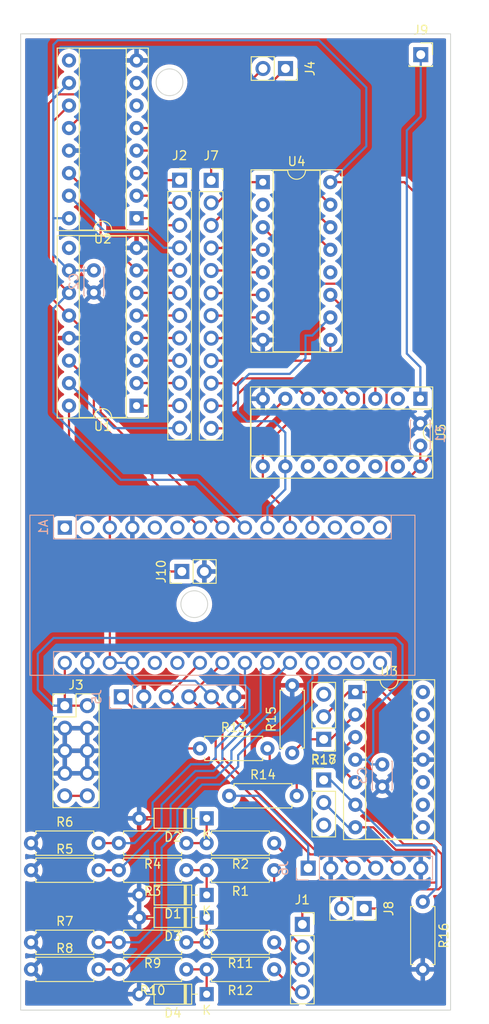
<source format=kicad_pcb>
(kicad_pcb (version 20211014) (generator pcbnew)
  (layers (0 "F.Cu" signal) (31 "B.Cu" signal) (34 "B.Paste" user) (35 "F.Paste" user) (36 "B.SilkS" user "B.Silkscreen") (37 "F.SilkS" user "F.Silkscreen") (38 "B.Mask" user) (39 "F.Mask" user) (44 "Edge.Cuts" user))
  (net 0 "")
  (net 3 "Arduino 5V")
  (net 4 "GND")
  (net 7 "Net-(A1-Pad7)")
  (net 8 "Net-(A1-Pad8)")
  (net 9 "Net-(A1-Pad9)")
  (net 10 "Net-(A1-Pad10)")
  (net 11 "Net-(A1-Pad11)")
  (net 12 "Net-(A1-Pad12)")
  (net 19 "Net-(A1-Pad19)")
  (net 20 "Net-(A1-Pad20)")
  (net 21 "Net-(A1-Pad21)")
  (net 22 "Net-(A1-Pad22)")
  (net 23 "Net-(A1-Pad23)")
  (net 24 "Net-(A1-Pad24)")
  (net 27 "+12V")
  (net 28 "Net-(D1-Pad1)")
  (net 29 "Net-(D2-Pad1)")
  (net 30 "Net-(D3-Pad1)")
  (net 31 "Net-(D4-Pad1)")
  (net 32 "Net-(J1-Pad1)")
  (net 33 "Net-(J1-Pad2)")
  (net 34 "Net-(J1-Pad3)")
  (net 35 "Net-(J1-Pad4)")
  (net 36 "/l12")
  (net 37 "/l11")
  (net 38 "/l10")
  (net 39 "/l9")
  (net 40 "/l8")
  (net 41 "/l7")
  (net 42 "/l6")
  (net 43 "/l5")
  (net 44 "/l4")
  (net 45 "/l3")
  (net 46 "/l2")
  (net 47 "/l1")
  (net 48 "/l13")
  (net 49 "/l14")
  (net 50 "Net-(J5-Pad1)")
  (net 51 "Net-(J6-Pad1)")
  (net 52 "Net-(J8-Pad1)")
  (net 53 "Net-(J8-Pad2)")
  (net 54 "Net-(J9-Pad1)")
  (net 55 "Net-(R13-Pad2)")
  (net 56 "Net-(R14-Pad2)")
  (net 57 "Net-(R15-Pad1)")
  (net 58 "Net-(R16-Pad1)")
  (net 71 "Net-(J3-Pad10)")
  (net 72 "Net-(U5-Pad7)")
  (net 73 "Net-(U5-Pad6)")
  (net 74 "Net-(U5-Pad5)")
  (net 75 "Net-(U5-Pad4)")
  (net 76 "Net-(U4-Pad1)")
  (net 77 "Net-(U4-Pad15)")
  (net 78 "Net-(U4-Pad14)")
  (net 79 "Net-(U4-Pad13)")
  (net 80 "Net-(U4-Pad4)")
  (net 81 "Net-(U4-Pad5)")
  (net 82 "Net-(U4-Pad6)")
  (net 83 "Net-(U4-Pad7)")
  (net 84 "Net-(U4-Pad11)")
  (footprint "Connector_PinSocket_2.54mm:PinSocket_1x12_P2.54mm_Vertical" (layer "F.Cu") (at 37.338 34.29)
    (fp_text reference "J7")
    (fp_text value "Conn_01x12_Female")
  )
  (footprint "Connector_PinHeader_2.54mm:PinHeader_2x05_P2.54mm_Vertical" (layer "F.Cu") (at 20.823 93.477)
    (fp_text reference "J3")
    (fp_text value "Conn_02x05_Odd_Even")
  )
  (footprint "Package_DIP:DIP-16_W7.62mm_Socket" (layer "F.Cu") (at 28.921 38.558 180)
    (fp_text reference "U2")
    (fp_text value "74HC595")
  )
  (footprint "Connector_PinSocket_2.54mm:PinSocket_1x12_P2.54mm_Vertical" (layer "F.Cu") (at 33.782 34.27)
    (fp_text reference "J2")
    (fp_text value "Conn_01x12_Female")
  )
  (footprint "Connector_PinHeader_2.54mm:PinHeader_1x03_P2.54mm_Vertical" (layer "F.Cu") (at 50.038 101.854)
    (fp_text reference "R18")
    (fp_text value "R_Trim")
  )
  (footprint "Resistor_THT:R_Axial_DIN0207_L6.3mm_D2.5mm_P7.62mm_Horizontal" (layer "F.Cu") (at 34.544 120.142 180)
    (fp_text reference "R9")
    (fp_text value "10k")
  )
  (footprint "Resistor_THT:R_Axial_DIN0207_L6.3mm_D2.5mm_P7.62mm_Horizontal" (layer "F.Cu") (at 44.45 120.142 180)
    (fp_text reference "R11")
    (fp_text value "10k")
  )
  (footprint "Package_DIP:DIP-16_W7.62mm_Socket" (layer "F.Cu") (at 43.165 34.494)
    (fp_text reference "U4")
    (fp_text value "4021")
  )
  (footprint "Diode_THT:D_DO-35_SOD27_P7.62mm_Horizontal" (layer "F.Cu") (at 36.83 106.172 180)
    (fp_text reference "D2")
    (fp_text value "1N4148")
  )
  (footprint "Connector_PinSocket_2.54mm:PinSocket_1x02_P2.54mm_Vertical" (layer "F.Cu") (at 54.605 116.332 -90)
    (fp_text reference "J8")
    (fp_text value "Conn_01x02_Female")
  )
  (footprint "Resistor_THT:R_Axial_DIN0207_L6.3mm_D2.5mm_P7.62mm_Horizontal" (layer "F.Cu") (at 17.018 123.19)
    (fp_text reference "R8")
    (fp_text value "20k")
  )
  (footprint "Package_DIP:DIP-16_W7.62mm_Socket" (layer "F.Cu") (at 28.921 59.68 180)
    (fp_text reference "U1")
    (fp_text value "74HC595")
  )
  (footprint "Resistor_THT:R_Axial_DIN0207_L6.3mm_D2.5mm_P7.62mm_Horizontal" (layer "F.Cu") (at 39.37 103.632)
    (fp_text reference "R14")
    (fp_text value "10k")
  )
  (footprint "Package_DIP:DIP-16_W7.62mm_Socket" (layer "F.Cu") (at 60.945 58.898 -90)
    (fp_text reference "U5")
    (fp_text value "4021")
  )
  (footprint "Resistor_THT:R_Axial_DIN0207_L6.3mm_D2.5mm_P7.62mm_Horizontal" (layer "F.Cu") (at 17.018 120.142)
    (fp_text reference "R7")
    (fp_text value "20k")
  )
  (footprint "Resistor_THT:R_Axial_DIN0207_L6.3mm_D2.5mm_P7.62mm_Horizontal" (layer "F.Cu") (at 34.544 112.014 180)
    (fp_text reference "R3")
    (fp_text value "10k")
  )
  (footprint "Resistor_THT:R_Axial_DIN0207_L6.3mm_D2.5mm_P7.62mm_Horizontal" (layer "F.Cu") (at 44.45 123.19 180)
    (fp_text reference "R12")
    (fp_text value "10k")
  )
  (footprint "Resistor_THT:R_Axial_DIN0207_L6.3mm_D2.5mm_P7.62mm_Horizontal" (layer "F.Cu") (at 61.214 115.57 -90)
    (fp_text reference "R16")
    (fp_text value "100k")
  )
  (footprint "Package_DIP:DIP-14_W7.62mm_Socket" (layer "F.Cu") (at 53.604 91.943)
    (fp_text reference "U3")
    (fp_text value "LM324")
  )
  (footprint "Connector_PinSocket_2.54mm:PinSocket_1x01_P2.54mm_Vertical" (layer "F.Cu") (at 60.986 20.128)
    (fp_text reference "J9")
    (fp_text value "Conn_01x01_Female")
  )
  (footprint "Connector_PinSocket_2.54mm:PinSocket_1x02_P2.54mm_Vertical" (layer "F.Cu") (at 45.727 21.69 -90)
    (fp_text reference "J4")
    (fp_text value "Conn_01x02_Female")
  )
  (footprint "Diode_THT:D_DO-35_SOD27_P7.62mm_Horizontal" (layer "F.Cu") (at 36.83 117.348 180)
    (fp_text reference "D3")
    (fp_text value "1N4148")
  )
  (footprint "Connector_PinHeader_2.54mm:PinHeader_1x02_P2.54mm_Vertical" (layer "F.Cu") (at 34.031 78.359 90)
    (fp_text reference "J10")
    (fp_text value "Conn_01x02_Female")
  )
  (footprint "Resistor_THT:R_Axial_DIN0207_L6.3mm_D2.5mm_P7.62mm_Horizontal" (layer "F.Cu") (at 34.544 108.966 180)
    (fp_text reference "R4")
    (fp_text value "10k")
  )
  (footprint "Connector_PinSocket_2.54mm:PinSocket_1x04_P2.54mm_Vertical" (layer "F.Cu") (at 47.625 118.12)
    (fp_text reference "J1")
    (fp_text value "Conn_01x04_Female")
  )
  (footprint "Diode_THT:D_DO-35_SOD27_P7.62mm_Horizontal" (layer "F.Cu") (at 36.83 125.984 180)
    (fp_text reference "D4")
    (fp_text value "1N4148")
  )
  (footprint "Resistor_THT:R_Axial_DIN0207_L6.3mm_D2.5mm_P7.62mm_Horizontal" (layer "F.Cu") (at 44.45 108.966 180)
    (fp_text reference "R2")
    (fp_text value "10k")
  )
  (footprint "Diode_THT:D_DO-35_SOD27_P7.62mm_Horizontal" (layer "F.Cu") (at 36.83 114.808 180)
    (fp_text reference "D1")
    (fp_text value "1N4148")
  )
  (footprint "Resistor_THT:R_Axial_DIN0207_L6.3mm_D2.5mm_P7.62mm_Horizontal" (layer "F.Cu") (at 46.482 98.806 90)
    (fp_text reference "R15")
    (fp_text value "100k")
  )
  (footprint "Resistor_THT:R_Axial_DIN0207_L6.3mm_D2.5mm_P7.62mm_Horizontal" (layer "F.Cu") (at 17.018 112.014)
    (fp_text reference "R5")
    (fp_text value "20k")
  )
  (footprint "Resistor_THT:R_Axial_DIN0207_L6.3mm_D2.5mm_P7.62mm_Horizontal" (layer "F.Cu") (at 36.068 98.298)
    (fp_text reference "R13")
    (fp_text value "10k")
  )
  (footprint "Connector_PinHeader_2.54mm:PinHeader_1x03_P2.54mm_Vertical" (layer "F.Cu") (at 50.038 97.267 180)
    (fp_text reference "R17")
    (fp_text value "R_Trim")
  )
  (footprint "Resistor_THT:R_Axial_DIN0207_L6.3mm_D2.5mm_P7.62mm_Horizontal" (layer "F.Cu") (at 34.544 123.19 180)
    (fp_text reference "R10")
    (fp_text value "10k")
  )
  (footprint "Resistor_THT:R_Axial_DIN0207_L6.3mm_D2.5mm_P7.62mm_Horizontal" (layer "F.Cu") (at 17.018 108.966)
    (fp_text reference "R6")
    (fp_text value "20k")
  )
  (footprint "Resistor_THT:R_Axial_DIN0207_L6.3mm_D2.5mm_P7.62mm_Horizontal" (layer "F.Cu") (at 44.45 112.014 180)
    (fp_text reference "R1")
    (fp_text value "10k")
  )
  (footprint "Capacitor_THT:C_Disc_D3.0mm_W2.0mm_P2.50mm" (layer "B.Cu") (at 60.935 64.182 90)
    (fp_text reference "C1")
    (fp_text value "10n")
  )
  (footprint "Module:Arduino_Nano" (layer "B.Cu") (at 20.828 73.416 -90)
    (fp_text reference "A1")
    (fp_text value "Arduino_Nano_v3.x")
  )
  (footprint "Connector_PinSocket_2.54mm:PinSocket_1x06_P2.54mm_Vertical" (layer "B.Cu") (at 48.285 111.785 -90)
    (fp_text reference "J6")
    (fp_text value "MCP4725Breakout")
  )
  (footprint "Capacitor_THT:C_Disc_D3.0mm_W2.0mm_P2.50mm" (layer "B.Cu") (at 56.642 100.096 -90)
    (fp_text reference "C3")
    (fp_text value "10n")
  )
  (footprint "Capacitor_THT:C_Disc_D3.0mm_W2.0mm_P2.50mm" (layer "B.Cu") (at 24.105 44.43 -90)
    (fp_text reference "C2")
    (fp_text value "10n")
  )
  (footprint "Connector_PinSocket_2.54mm:PinSocket_1x06_P2.54mm_Vertical" (layer "B.Cu") (at 27.203 92.481 -90)
    (fp_text reference "J5")
    (fp_text value "MCP4725Breakout")
  )
  (gr_circle (center 32.639 23.241) (end 34.149 23.241) (layer "Edge.Cuts") (width 0.1) (fill none))
  (gr_circle (center 35.433 82.042) (end 36.943 82.042) (layer "Edge.Cuts") (width 0.1) (fill none))
  (gr_rect (start 15.846 17.78) (end 64.346 127.78) (layer "Edge.Cuts") (width 0.1) (fill none))
  (segment (start 55.626 108.966) (end 49.276 108.966) (width 0.25) (layer "F.Cu") (net 3))
  (segment (start 27.051 78.359) (end 34.031 78.359) (width 0.25) (layer "F.Cu") (net 3))
  (segment (start 60.935 64.182) (end 60.935 66.508) (width 0.25) (layer "F.Cu") (net 3))
  (segment (start 25.908 79.502) (end 25.908 82.042) (width 0.25) (layer "F.Cu") (net 3))
  (segment (start 58.445 111.785) (end 55.626 108.966) (width 0.25) (layer "F.Cu") (net 3))
  (segment (start 57.15 75.946) (end 58.674 74.422) (width 0.25) (layer "F.Cu") (net 3))
  (segment (start 49.276 108.966) (end 45.212 104.902) (width 0.25) (layer "F.Cu") (net 3))
  (segment (start 57.668 70.602) (end 57.668 69.795) (width 0.25) (layer "F.Cu") (net 3))
  (segment (start 25.908 70.612) (end 21.301 66.005) (width 0.25) (layer "F.Cu") (net 3))
  (segment (start 41.148 96.266) (end 37.363 92.481) (width 0.25) (layer "F.Cu") (net 3))
  (segment (start 25.908 75.184) (end 26.67 75.946) (width 0.25) (layer "F.Cu") (net 3))
  (segment (start 25.908 73.416) (end 25.908 79.502) (width 0.25) (layer "F.Cu") (net 3))
  (segment (start 25.908 73.416) (end 25.908 70.612) (width 0.25) (layer "F.Cu") (net 3))
  (segment (start 57.668 69.795) (end 60.945 66.518) (width 0.25) (layer "F.Cu") (net 3))
  (segment (start 21.301 66.005) (end 21.301 59.68) (width 0.25) (layer "F.Cu") (net 3))
  (segment (start 58.674 74.422) (end 58.674 71.628) (width 0.25) (layer "F.Cu") (net 3))
  (segment (start 50.785 34.494) (end 59.132 34.494) (width 0.25) (layer "F.Cu") (net 3))
  (segment (start 59.132 34.494) (end 62.738 38.1) (width 0.25) (layer "F.Cu") (net 3))
  (segment (start 45.212 104.902) (end 45.212 103.378) (width 0.25) (layer "F.Cu") (net 3))
  (segment (start 25.908 82.042) (end 25.908 88.656) (width 0.25) (layer "F.Cu") (net 3))
  (segment (start 62.738 64.725) (end 60.945 66.518) (width 0.25) (layer "F.Cu") (net 3))
  (segment (start 25.908 79.502) (end 27.051 78.359) (width 0.25) (layer "F.Cu") (net 3))
  (segment (start 60.935 66.508) (end 60.945 66.518) (width 0.25) (layer "F.Cu") (net 3))
  (segment (start 25.908 73.416) (end 25.908 75.184) (width 0.25) (layer "F.Cu") (net 3))
  (segment (start 26.67 75.946) (end 57.15 75.946) (width 0.25) (layer "F.Cu") (net 3))
  (segment (start 62.738 38.1) (end 62.738 64.725) (width 0.25) (layer "F.Cu") (net 3))
  (segment (start 58.674 71.628) (end 57.658 70.612) (width 0.25) (layer "F.Cu") (net 3))
  (segment (start 41.148 99.314) (end 41.148 96.266) (width 0.25) (layer "F.Cu") (net 3))
  (segment (start 57.658 70.612) (end 57.668 70.602) (width 0.25) (layer "F.Cu") (net 3))
  (segment (start 45.212 103.378) (end 41.148 99.314) (width 0.25) (layer "F.Cu") (net 3))
  (segment (start 19.543 38.558) (end 19.533 38.568) (width 0.25) (layer "B.Cu") (net 3))
  (segment (start 49.505 18.502) (end 54.839 23.836) (width 0.25) (layer "B.Cu") (net 3))
  (segment (start 21.301 38.558) (end 19.543 38.558) (width 0.25) (layer "B.Cu") (net 3))
  (segment (start 21.301 23.318) (end 19.533 25.086) (width 0.25) (layer "B.Cu") (net 3))
  (segment (start 21.301 44.44) (end 24.095 44.44) (width 0.25) (layer "B.Cu") (net 3))
  (segment (start 28.448 88.656) (end 28.448 89.916) (width 0.25) (layer "B.Cu") (net 3))
  (segment (start 29.21 90.678) (end 35.56 90.678) (width 0.25) (layer "B.Cu") (net 3))
  (segment (start 19.533 19.01) (end 20.041 18.502) (width 0.25) (layer "B.Cu") (net 3))
  (segment (start 28.448 89.916) (end 29.21 90.678) (width 0.25) (layer "B.Cu") (net 3))
  (segment (start 35.56 90.678) (end 37.363 92.481) (width 0.25) (layer "B.Cu") (net 3))
  (segment (start 25.908 88.656) (end 28.448 88.656) (width 0.25) (layer "B.Cu") (net 3))
  (segment (start 19.533 42.672) (end 21.301 44.44) (width 0.25) (layer "B.Cu") (net 3))
  (segment (start 19.533 38.568) (end 19.533 42.672) (width 0.25) (layer "B.Cu") (net 3))
  (segment (start 54.839 23.836) (end 54.839 30.44) (width 0.25) (layer "B.Cu") (net 3))
  (segment (start 20.041 18.502) (end 49.505 18.502) (width 0.25) (layer "B.Cu") (net 3))
  (segment (start 54.839 30.44) (end 50.785 34.494) (width 0.25) (layer "B.Cu") (net 3))
  (segment (start 24.095 44.44) (end 24.105 44.43) (width 0.25) (layer "B.Cu") (net 3))
  (segment (start 19.533 25.086) (end 19.533 19.01) (width 0.25) (layer "B.Cu") (net 3))
  (segment (start 19.533 25.086) (end 19.533 38.568) (width 0.25) (layer "B.Cu") (net 3))
  (segment (start 30.709 68.057) (end 36.068 73.416) (width 0.25) (layer "F.Cu") (net 7))
  (segment (start 30.709 67.524) (end 30.709 68.057) (width 0.25) (layer "F.Cu") (net 7))
  (segment (start 24.105 60.92) (end 30.709 67.524) (width 0.25) (layer "F.Cu") (net 7))
  (segment (start 21.301 54.6) (end 24.105 57.404) (width 0.25) (layer "F.Cu") (net 7))
  (segment (start 24.105 57.404) (end 24.105 60.92) (width 0.25) (layer "F.Cu") (net 7))
  (segment (start 22.561 27.138) (end 21.301 28.398) (width 0.25) (layer "F.Cu") (net 8))
  (segment (start 19.025 25.614) (end 20.041 24.598) (width 0.25) (layer "F.Cu") (net 8))
  (segment (start 24.867 53.086) (end 24.867 60.412) (width 0.25) (layer "F.Cu") (net 8))
  (segment (start 31.217 66.762) (end 31.954 66.762) (width 0.25) (layer "F.Cu") (net 8))
  (segment (start 31.954 66.762) (end 38.608 73.416) (width 0.25) (layer "F.Cu") (net 8))
  (segment (start 21.301 49.52) (end 24.867 53.086) (width 0.25) (layer "F.Cu") (net 8))
  (segment (start 20.041 24.598) (end 22.327 24.598) (width 0.25) (layer "F.Cu") (net 8))
  (segment (start 19.025 47.244) (end 19.025 25.614) (width 0.25) (layer "F.Cu") (net 8))
  (segment (start 24.867 60.412) (end 31.217 66.762) (width 0.25) (layer "F.Cu") (net 8))
  (segment (start 22.327 24.598) (end 23.089 25.36) (width 0.25) (layer "F.Cu") (net 8))
  (segment (start 23.089 27.138) (end 22.561 27.138) (width 0.25) (layer "F.Cu") (net 8))
  (segment (start 21.301 49.52) (end 19.025 47.244) (width 0.25) (layer "F.Cu") (net 8))
  (segment (start 23.089 25.36) (end 23.089 27.138) (width 0.25) (layer "F.Cu") (net 8))
  (segment (start 19.533 45.212) (end 19.533 27.626) (width 0.25) (layer "F.Cu") (net 9))
  (segment (start 21.301 46.98) (end 19.533 45.212) (width 0.25) (layer "F.Cu") (net 9))
  (segment (start 19.533 27.626) (end 21.301 25.858) (width 0.25) (layer "F.Cu") (net 9))
  (segment (start 19.533 60.412) (end 27.153 68.032) (width 0.25) (layer "B.Cu") (net 9))
  (segment (start 19.533 48.748) (end 19.533 60.412) (width 0.25) (layer "B.Cu") (net 9))
  (segment (start 21.301 46.98) (end 19.533 48.748) (width 0.25) (layer "B.Cu") (net 9))
  (segment (start 35.764 68.032) (end 41.148 73.416) (width 0.25) (layer "B.Cu") (net 9))
  (segment (start 27.153 68.032) (end 35.764 68.032) (width 0.25) (layer "B.Cu") (net 9))
  (segment (start 40.361 60.412) (end 40.361 57.364) (width 0.25) (layer "B.Cu") (net 10))
  (segment (start 40.361 57.364) (end 41.631 56.094) (width 0.25) (layer "B.Cu") (net 10))
  (segment (start 41.631 56.094) (end 46.203 56.094) (width 0.25) (layer "B.Cu") (net 10))
  (segment (start 45.705 66.518) (end 45.705 69.103) (width 0.25) (layer "B.Cu") (net 10))
  (segment (start 43.688 71.12) (end 43.688 73.416) (width 0.25) (layer "B.Cu") (net 10))
  (segment (start 47.981 54.316) (end 47.981 51.776) (width 0.25) (layer "B.Cu") (net 10))
  (segment (start 41.377 61.428) (end 40.361 60.412) (width 0.25) (layer "B.Cu") (net 10))
  (segment (start 48.743 51.776) (end 50.785 49.734) (width 0.25) (layer "B.Cu") (net 10))
  (segment (start 46.203 56.094) (end 47.981 54.316) (width 0.25) (layer "B.Cu") (net 10))
  (segment (start 45.705 69.103) (end 43.688 71.12) (width 0.25) (layer "B.Cu") (net 10))
  (segment (start 45.705 62.708) (end 44.425 61.428) (width 0.25) (layer "B.Cu") (net 10))
  (segment (start 45.705 66.518) (end 45.705 62.708) (width 0.25) (layer "B.Cu") (net 10))
  (segment (start 47.981 51.776) (end 48.743 51.776) (width 0.25) (layer "B.Cu") (net 10))
  (segment (start 44.425 61.428) (end 41.377 61.428) (width 0.25) (layer "B.Cu") (net 10))
  (segment (start 43.165 66.518) (end 43.165 68.804) (width 0.25) (layer "F.Cu") (net 11))
  (segment (start 43.165 64.466) (end 46.203 61.428) (width 0.25) (layer "F.Cu") (net 11))
  (segment (start 54.585 60.158) (end 54.585 57.872) (width 0.25) (layer "F.Cu") (net 11))
  (segment (start 43.165 68.804) (end 43.917 69.556) (width 0.25) (layer "F.Cu") (net 11))
  (segment (start 43.917 69.556) (end 43.917 69.571) (width 0.25) (layer "F.Cu") (net 11))
  (segment (start 43.165 66.518) (end 43.165 64.466) (width 0.25) (layer "F.Cu") (net 11))
  (segment (start 54.585 57.872) (end 50.785 54.072) (width 0.25) (layer "F.Cu") (net 11))
  (segment (start 50.785 54.072) (end 50.785 52.274) (width 0.25) (layer "F.Cu") (net 11))
  (segment (start 43.917 69.571) (end 46.228 71.882) (width 0.25) (layer "F.Cu") (net 11))
  (segment (start 46.228 71.882) (end 46.228 73.416) (width 0.25) (layer "F.Cu") (net 11))
  (segment (start 46.203 61.428) (end 53.315 61.428) (width 0.25) (layer "F.Cu") (net 11))
  (segment (start 53.315 61.428) (end 54.585 60.158) (width 0.25) (layer "F.Cu") (net 11))
  (segment (start 50.292 70.358) (end 54.799 70.358) (width 0.25) (layer "F.Cu") (net 12))
  (segment (start 47.473 45.172) (end 47.473 43.882) (width 0.25) (layer "F.Cu") (net 12))
  (segment (start 57.125 68.032) (end 57.125 50.76) (width 0.25) (layer "F.Cu") (net 12))
  (segment (start 57.125 50.76) (end 52.299 45.934) (width 0.25) (layer "F.Cu") (net 12))
  (segment (start 47.473 43.882) (end 43.165 39.574) (width 0.25) (layer "F.Cu") (net 12))
  (segment (start 48.768 73.416) (end 48.768 71.882) (width 0.25) (layer "F.Cu") (net 12))
  (segment (start 54.799 70.358) (end 57.125 68.032) (width 0.25) (layer "F.Cu") (net 12))
  (segment (start 48.768 71.882) (end 50.292 70.358) (width 0.25) (layer "F.Cu") (net 12))
  (segment (start 48.235 45.934) (end 47.473 45.172) (width 0.25) (layer "F.Cu") (net 12))
  (segment (start 52.299 45.934) (end 48.235 45.934) (width 0.25) (layer "F.Cu") (net 12))
  (segment (start 26.924 123.19) (end 24.638 123.19) (width 0.25) (layer "F.Cu") (net 19))
  (segment (start 44.958 96.266) (end 43.18 96.266) (width 0.25) (layer "B.Cu") (net 19))
  (segment (start 48.768 90.424) (end 48.26 90.932) (width 0.25) (layer "B.Cu") (net 19))
  (segment (start 38.354 102.362) (end 36.322 102.362) (width 0.25) (layer "B.Cu") (net 19))
  (segment (start 40.386 99.06) (end 40.386 100.33) (width 0.25) (layer "B.Cu") (net 19))
  (segment (start 36.322 102.362) (end 33.528 105.156) (width 0.25) (layer "B.Cu") (net 19))
  (segment (start 27.686 123.19) (end 26.924 123.19) (width 0.25) (layer "B.Cu") (net 19))
  (segment (start 33.528 107.696) (end 31.75 109.474) (width 0.25) (layer "B.Cu") (net 19))
  (segment (start 31.75 119.126) (end 27.686 123.19) (width 0.25) (layer "B.Cu") (net 19))
  (segment (start 48.768 88.656) (end 48.768 90.424) (width 0.25) (layer "B.Cu") (net 19))
  (segment (start 31.75 109.474) (end 31.75 119.126) (width 0.25) (layer "B.Cu") (net 19))
  (segment (start 33.528 105.156) (end 33.528 107.696) (width 0.25) (layer "B.Cu") (net 19))
  (segment (start 48.26 90.932) (end 48.26 92.964) (width 0.25) (layer "B.Cu") (net 19))
  (segment (start 48.26 92.964) (end 44.958 96.266) (width 0.25) (layer "B.Cu") (net 19))
  (segment (start 40.386 100.33) (end 38.354 102.362) (width 0.25) (layer "B.Cu") (net 19))
  (segment (start 43.18 96.266) (end 40.386 99.06) (width 0.25) (layer "B.Cu") (net 19))
  (segment (start 24.638 120.142) (end 26.924 120.142) (width 0.25) (layer "F.Cu") (net 20))
  (segment (start 44.45 90.434) (end 46.228 88.656) (width 0.25) (layer "B.Cu") (net 20))
  (segment (start 30.988 118.364) (end 30.988 108.966) (width 0.25) (layer "B.Cu") (net 20))
  (segment (start 29.21 120.142) (end 30.988 118.364) (width 0.25) (layer "B.Cu") (net 20))
  (segment (start 39.624 98.552) (end 44.45 93.726) (width 0.25) (layer "B.Cu") (net 20))
  (segment (start 39.624 99.822) (end 39.624 98.552) (width 0.25) (layer "B.Cu") (net 20))
  (segment (start 32.766 107.188) (end 32.766 104.648) (width 0.25) (layer "B.Cu") (net 20))
  (segment (start 35.814 101.6) (end 37.846 101.6) (width 0.25) (layer "B.Cu") (net 20))
  (segment (start 26.924 120.142) (end 29.21 120.142) (width 0.25) (layer "B.Cu") (net 20))
  (segment (start 44.45 93.726) (end 44.45 90.434) (width 0.25) (layer "B.Cu") (net 20))
  (segment (start 32.766 104.648) (end 35.814 101.6) (width 0.25) (layer "B.Cu") (net 20))
  (segment (start 30.988 108.966) (end 32.766 107.188) (width 0.25) (layer "B.Cu") (net 20))
  (segment (start 37.846 101.6) (end 39.624 99.822) (width 0.25) (layer "B.Cu") (net 20))
  (segment (start 26.924 112.014) (end 24.638 112.014) (width 0.25) (layer "F.Cu") (net 21))
  (segment (start 37.592 100.838) (end 38.608 99.822) (width 0.25) (layer "B.Cu") (net 21))
  (segment (start 31.75 104.648) (end 35.56 100.838) (width 0.25) (layer "B.Cu") (net 21))
  (segment (start 35.56 100.838) (end 37.592 100.838) (width 0.25) (layer "B.Cu") (net 21))
  (segment (start 26.924 112.014) (end 31.75 107.188) (width 0.25) (layer "B.Cu") (net 21))
  (segment (start 42.926 94.234) (end 42.926 89.418) (width 0.25) (layer "B.Cu") (net 21))
  (segment (start 38.608 99.822) (end 38.608 98.552) (width 0.25) (layer "B.Cu") (net 21))
  (segment (start 31.75 107.188) (end 31.75 104.648) (width 0.25) (layer "B.Cu") (net 21))
  (segment (start 38.608 98.552) (end 42.926 94.234) (width 0.25) (layer "B.Cu") (net 21))
  (segment (start 42.926 89.418) (end 43.688 88.656) (width 0.25) (layer "B.Cu") (net 21))
  (segment (start 24.638 108.966) (end 26.924 108.966) (width 0.25) (layer "F.Cu") (net 22))
  (segment (start 37.846 98.298) (end 37.846 99.314) (width 0.25) (layer "B.Cu") (net 22))
  (segment (start 37.846 99.314) (end 37.084 100.076) (width 0.25) (layer "B.Cu") (net 22))
  (segment (start 35.052 100.076) (end 30.734 104.394) (width 0.25) (layer "B.Cu") (net 22))
  (segment (start 41.148 91.186) (end 41.656 91.694) (width 0.25) (layer "B.Cu") (net 22))
  (segment (start 41.148 88.656) (end 41.148 91.186) (width 0.25) (layer "B.Cu") (net 22))
  (segment (start 37.084 100.076) (end 35.052 100.076) (width 0.25) (layer "B.Cu") (net 22))
  (segment (start 28.702 108.966) (end 26.924 108.966) (width 0.25) (layer "B.Cu") (net 22))
  (segment (start 41.656 94.488) (end 37.846 98.298) (width 0.25) (layer "B.Cu") (net 22))
  (segment (start 30.734 106.934) (end 28.702 108.966) (width 0.25) (layer "B.Cu") (net 22))
  (segment (start 30.734 104.394) (end 30.734 106.934) (width 0.25) (layer "B.Cu") (net 22))
  (segment (start 41.656 91.694) (end 41.656 94.488) (width 0.25) (layer "B.Cu") (net 22))
  (segment (start 38.608 88.696) (end 38.608 88.656) (width 0.25) (layer "F.Cu") (net 23))
  (segment (start 49.022 109.728) (end 53.848 109.728) (width 0.25) (layer "F.Cu") (net 23))
  (segment (start 34.823 92.481) (end 38.608 88.696) (width 0.25) (layer "F.Cu") (net 23))
  (segment (start 38.608 96.266) (end 38.608 99.314) (width 0.25) (layer "F.Cu") (net 23))
  (segment (start 34.823 92.481) (end 38.608 96.266) (width 0.25) (layer "F.Cu") (net 23))
  (segment (start 38.608 99.314) (end 49.022 109.728) (width 0.25) (layer "F.Cu") (net 23))
  (segment (start 53.848 109.728) (end 55.905 111.785) (width 0.25) (layer "F.Cu") (net 23))
  (segment (start 36.322 96.52) (end 32.283 92.481) (width 0.25) (layer "F.Cu") (net 24))
  (segment (start 32.283 92.481) (end 36.068 88.696) (width 0.25) (layer "F.Cu") (net 24))
  (segment (start 37.846 99.568) (end 37.846 96.52) (width 0.25) (layer "F.Cu") (net 24))
  (segment (start 53.365 111.785) (end 51.816 110.236) (width 0.25) (layer "F.Cu") (net 24))
  (segment (start 48.514 110.236) (end 37.846 99.568) (width 0.25) (layer "F.Cu") (net 24))
  (segment (start 36.068 88.696) (end 36.068 88.656) (width 0.25) (layer "F.Cu") (net 24))
  (segment (start 51.816 110.236) (end 48.514 110.236) (width 0.25) (layer "F.Cu") (net 24))
  (segment (start 37.846 96.52) (end 36.322 96.52) (width 0.25) (layer "F.Cu") (net 24))
  (segment (start 20.828 93.472) (end 20.823 93.477) (width 0.25) (layer "F.Cu") (net 27))
  (segment (start 20.828 88.656) (end 20.828 93.472) (width 0.25) (layer "F.Cu") (net 27))
  (segment (start 20.823 93.477) (end 23.363 93.477) (width 0.25) (layer "F.Cu") (net 27))
  (segment (start 55.626 93.98) (end 55.626 98.806) (width 0.25) (layer "B.Cu") (net 27))
  (segment (start 54.869 99.563) (end 53.604 99.563) (width 0.25) (layer "B.Cu") (net 27))
  (segment (start 17.78 87.63) (end 19.558 85.852) (width 0.25) (layer "B.Cu") (net 27))
  (segment (start 58.166 85.852) (end 58.928 86.614) (width 0.25) (layer "B.Cu") (net 27))
  (segment (start 19.558 85.852) (end 58.166 85.852) (width 0.25) (layer "B.Cu") (net 27))
  (segment (start 19.563 93.477) (end 17.78 91.694) (width 0.25) (layer "B.Cu") (net 27))
  (segment (start 54.869 99.563) (end 55.402 100.096) (width 0.25) (layer "B.Cu") (net 27))
  (segment (start 55.626 98.806) (end 54.869 99.563) (width 0.25) (layer "B.Cu") (net 27))
  (segment (start 58.928 86.614) (end 58.928 90.678) (width 0.25) (layer "B.Cu") (net 27))
  (segment (start 20.823 93.477) (end 19.563 93.477) (width 0.25) (layer "B.Cu") (net 27))
  (segment (start 58.928 90.678) (end 55.626 93.98) (width 0.25) (layer "B.Cu") (net 27))
  (segment (start 55.402 100.096) (end 56.642 100.096) (width 0.25) (layer "B.Cu") (net 27))
  (segment (start 17.78 91.694) (end 17.78 87.63) (width 0.25) (layer "B.Cu") (net 27))
  (segment (start 36.83 112.014) (end 36.83 114.808) (width 0.25) (layer "F.Cu") (net 28))
  (segment (start 36.83 112.014) (end 34.544 112.014) (width 0.25) (layer "F.Cu") (net 28))
  (segment (start 36.83 106.172) (end 36.83 108.966) (width 0.25) (layer "F.Cu") (net 29))
  (segment (start 36.83 108.966) (end 34.544 108.966) (width 0.25) (layer "F.Cu") (net 29))
  (segment (start 36.83 120.142) (end 34.544 120.142) (width 0.25) (layer "F.Cu") (net 30))
  (segment (start 36.83 117.348) (end 36.83 120.142) (width 0.25) (layer "F.Cu") (net 30))
  (segment (start 36.83 123.19) (end 36.83 125.984) (width 0.25) (layer "F.Cu") (net 31))
  (segment (start 34.544 123.19) (end 36.83 123.19) (width 0.25) (layer "F.Cu") (net 31))
  (segment (start 44.45 108.966) (end 45.974 110.49) (width 0.25) (layer "F.Cu") (net 32))
  (segment (start 45.974 110.49) (end 45.974 112.522) (width 0.25) (layer "F.Cu") (net 32))
  (segment (start 45.974 112.522) (end 47.625 114.173) (width 0.25) (layer "F.Cu") (net 32))
  (segment (start 47.625 114.173) (end 47.625 118.12) (width 0.25) (layer "F.Cu") (net 32))
  (segment (start 45.222 118.257) (end 47.625 120.66) (width 0.25) (layer "F.Cu") (net 33))
  (segment (start 44.45 117.348) (end 44.45 112.014) (width 0.25) (layer "F.Cu") (net 33))
  (segment (start 45.222 118.12) (end 44.45 117.348) (width 0.25) (layer "F.Cu") (net 33))
  (segment (start 45.222 118.12) (end 45.222 118.257) (width 0.25) (layer "F.Cu") (net 33))
  (segment (start 44.45 120.142) (end 47.508 123.2) (width 0.25) (layer "F.Cu") (net 34))
  (segment (start 47.508 123.2) (end 47.625 123.2) (width 0.25) (layer "F.Cu") (net 34))
  (segment (start 47.513 123.19) (end 47.523 123.2) (width 0.25) (layer "F.Cu") (net 34))
  (segment (start 47 125.74) (end 47.625 125.74) (width 0.25) (layer "F.Cu") (net 35))
  (segment (start 44.45 123.19) (end 47 125.74) (width 0.25) (layer "F.Cu") (net 35))
  (segment (start 32.293 34.27) (end 33.782 34.27) (width 0.25) (layer "F.Cu") (net 36))
  (segment (start 31.501 33.478) (end 32.293 34.27) (width 0.25) (layer "F.Cu") (net 36))
  (segment (start 31.501 33.478) (end 28.921 33.478) (width 0.25) (layer "F.Cu") (net 36))
  (segment (start 32.253 36.81) (end 33.782 36.81) (width 0.25) (layer "F.Cu") (net 37))
  (segment (start 31.461 36.018) (end 32.253 36.81) (width 0.25) (layer "F.Cu") (net 37))
  (segment (start 28.921 36.018) (end 31.461 36.018) (width 0.25) (layer "F.Cu") (net 37))
  (segment (start 31.207 38.558) (end 31.999 39.35) (width 0.25) (layer "F.Cu") (net 38))
  (segment (start 28.921 38.558) (end 31.207 38.558) (width 0.25) (layer "F.Cu") (net 38))
  (segment (start 31.999 39.35) (end 33.782 39.35) (width 0.25) (layer "F.Cu") (net 38))
  (segment (start 25.375 40.092) (end 30.201 40.092) (width 0.25) (layer "B.Cu") (net 39))
  (segment (start 30.201 40.092) (end 31.999 41.89) (width 0.25) (layer "B.Cu") (net 39))
  (segment (start 21.301 36.018) (end 25.375 40.092) (width 0.25) (layer "B.Cu") (net 39))
  (segment (start 31.999 41.89) (end 33.782 41.89) (width 0.25) (layer "B.Cu") (net 39))
  (segment (start 24.867 37.044) (end 24.867 40.386) (width 0.25) (layer "F.Cu") (net 40))
  (segment (start 33.772 44.44) (end 33.782 44.43) (width 0.25) (layer "F.Cu") (net 40))
  (segment (start 21.301 33.478) (end 24.867 37.044) (width 0.25) (layer "F.Cu") (net 40))
  (segment (start 24.867 40.386) (end 28.921 44.44) (width 0.25) (layer "F.Cu") (net 40))
  (segment (start 28.921 44.44) (end 33.772 44.44) (width 0.25) (layer "F.Cu") (net 40))
  (segment (start 28.931 46.97) (end 28.921 46.98) (width 0.25) (layer "F.Cu") (net 41))
  (segment (start 33.782 46.97) (end 28.931 46.97) (width 0.25) (layer "F.Cu") (net 41))
  (segment (start 28.921 49.52) (end 33.772 49.52) (width 0.25) (layer "F.Cu") (net 42))
  (segment (start 33.772 49.52) (end 33.782 49.51) (width 0.25) (layer "F.Cu") (net 42))
  (segment (start 33.782 52.05) (end 28.931 52.05) (width 0.25) (layer "F.Cu") (net 43))
  (segment (start 28.931 52.05) (end 28.921 52.06) (width 0.25) (layer "F.Cu") (net 43))
  (segment (start 33.772 54.6) (end 33.782 54.59) (width 0.25) (layer "F.Cu") (net 44))
  (segment (start 28.921 54.6) (end 33.772 54.6) (width 0.25) (layer "F.Cu") (net 44))
  (segment (start 28.931 57.13) (end 28.921 57.14) (width 0.25) (layer "F.Cu") (net 45))
  (segment (start 33.782 57.13) (end 28.931 57.13) (width 0.25) (layer "F.Cu") (net 45))
  (segment (start 28.921 59.68) (end 33.772 59.68) (width 0.25) (layer "F.Cu") (net 46))
  (segment (start 33.772 59.68) (end 33.782 59.67) (width 0.25) (layer "F.Cu") (net 46))
  (segment (start 26.391 62.19) (end 26.411 62.21) (width 0.25) (layer "B.Cu") (net 47))
  (segment (start 26.351 62.19) (end 26.391 62.19) (width 0.25) (layer "B.Cu") (net 47))
  (segment (start 21.301 57.14) (end 26.351 62.19) (width 0.25) (layer "B.Cu") (net 47))
  (segment (start 26.411 62.21) (end 33.782 62.21) (width 0.25) (layer "B.Cu") (net 47))
  (segment (start 37.861 28.368) (end 39.049 28.368) (width 0.25) (layer "F.Cu") (net 48))
  (segment (start 35.291 30.938) (end 37.861 28.368) (width 0.25) (layer "F.Cu") (net 48))
  (segment (start 39.049 28.368) (end 45.727 21.69) (width 0.25) (layer "F.Cu") (net 48))
  (segment (start 28.921 30.938) (end 35.291 30.938) (width 0.25) (layer "F.Cu") (net 48))
  (segment (start 37.353 25.828) (end 39.049 25.828) (width 0.25) (layer "F.Cu") (net 49))
  (segment (start 39.049 25.828) (end 43.187 21.69) (width 0.25) (layer "F.Cu") (net 49))
  (segment (start 28.921 28.398) (end 34.783 28.398) (width 0.25) (layer "F.Cu") (net 49))
  (segment (start 34.783 28.398) (end 37.353 25.828) (width 0.25) (layer "F.Cu") (net 49))
  (segment (start 33.02 98.298) (end 27.203 92.481) (width 0.25) (layer "F.Cu") (net 50))
  (segment (start 36.322 98.298) (end 33.02 98.298) (width 0.25) (layer "F.Cu") (net 50))
  (segment (start 39.37 103.632) (end 42.672 103.632) (width 0.25) (layer "B.Cu") (net 51))
  (segment (start 48.285 109.245) (end 48.285 111.785) (width 0.25) (layer "B.Cu") (net 51))
  (segment (start 42.672 103.632) (end 48.285 109.245) (width 0.25) (layer "B.Cu") (net 51))
  (segment (start 52.822 91.943) (end 50.038 94.727) (width 0.25) (layer "F.Cu") (net 52))
  (segment (start 63.373 110.236) (end 63.373 113.792) (width 0.25) (layer "F.Cu") (net 52))
  (segment (start 58.928 115.062) (end 58.928 115.316) (width 0.25) (layer "F.Cu") (net 52))
  (segment (start 53.604 91.943) (end 52.822 91.943) (width 0.25) (layer "F.Cu") (net 52))
  (segment (start 63.373 113.792) (end 62.992 114.173) (width 0.25) (layer "F.Cu") (net 52))
  (segment (start 57.912 116.332) (end 54.605 116.332) (width 0.25) (layer "F.Cu") (net 52))
  (segment (start 59.817 114.173) (end 58.928 115.062) (width 0.25) (layer "F.Cu") (net 52))
  (segment (start 59.055 109.093) (end 62.23 109.093) (width 0.25) (layer "F.Cu") (net 52))
  (segment (start 58.547 108.585) (end 59.055 109.093) (width 0.25) (layer "F.Cu") (net 52))
  (segment (start 58.547 93.843) (end 58.547 108.585) (width 0.25) (layer "F.Cu") (net 52))
  (segment (start 62.23 109.093) (end 63.373 110.236) (width 0.25) (layer "F.Cu") (net 52))
  (segment (start 58.928 115.316) (end 57.912 116.332) (width 0.25) (layer "F.Cu") (net 52))
  (segment (start 53.604 91.943) (end 56.647 91.943) (width 0.25) (layer "F.Cu") (net 52))
  (segment (start 62.992 114.173) (end 59.817 114.173) (width 0.25) (layer "F.Cu") (net 52))
  (segment (start 56.647 91.943) (end 58.547 93.843) (width 0.25) (layer "F.Cu") (net 52))
  (segment (start 52.578 114.046) (end 52.065 114.559) (width 0.25) (layer "F.Cu") (net 53))
  (segment (start 55.631 107.183) (end 58.176 109.728) (width 0.25) (layer "F.Cu") (net 53))
  (segment (start 58.801 114.046) (end 52.578 114.046) (width 0.25) (layer "F.Cu") (net 53))
  (segment (start 59.436 113.411) (end 58.801 114.046) (width 0.25) (layer "F.Cu") (net 53))
  (segment (start 62.103 109.728) (end 62.738 110.363) (width 0.25) (layer "F.Cu") (net 53))
  (segment (start 62.738 113.284) (end 62.611 113.411) (width 0.25) (layer "F.Cu") (net 53))
  (segment (start 52.065 114.559) (end 52.065 116.332) (width 0.25) (layer "F.Cu") (net 53))
  (segment (start 62.611 113.411) (end 59.436 113.411) (width 0.25) (layer "F.Cu") (net 53))
  (segment (start 58.176 109.728) (end 62.103 109.728) (width 0.25) (layer "F.Cu") (net 53))
  (segment (start 53.604 107.183) (end 55.631 107.183) (width 0.25) (layer "F.Cu") (net 53))
  (segment (start 62.738 110.363) (end 62.738 113.284) (width 0.25) (layer "F.Cu") (net 53))
  (segment (start 52.827 107.183) (end 53.604 107.183) (width 0.25) (layer "B.Cu") (net 53))
  (segment (start 50.038 104.394) (end 52.827 107.183) (width 0.25) (layer "B.Cu") (net 53))
  (segment (start 60.945 55.342) (end 60.945 58.898) (width 0.25) (layer "B.Cu") (net 54))
  (segment (start 59.411 28.662) (end 59.411 53.808) (width 0.25) (layer "B.Cu") (net 54))
  (segment (start 59.411 53.808) (end 60.945 55.342) (width 0.25) (layer "B.Cu") (net 54))
  (segment (start 60.986 20.128) (end 60.986 27.087) (width 0.25) (layer "B.Cu") (net 54))
  (segment (start 60.986 27.087) (end 59.411 28.662) (width 0.25) (layer "B.Cu") (net 54))
  (segment (start 48.26 99.314) (end 46.99 100.584) (width 0.25) (layer "F.Cu") (net 55))
  (segment (start 51.313 99.314) (end 48.26 99.314) (width 0.25) (layer "F.Cu") (net 55))
  (segment (start 53.604 97.023) (end 51.313 99.314) (width 0.25) (layer "F.Cu") (net 55))
  (segment (start 46.99 100.584) (end 44.958 100.584) (width 0.25) (layer "F.Cu") (net 55))
  (segment (start 44.958 100.584) (end 43.942 99.568) (width 0.25) (layer "F.Cu") (net 55))
  (segment (start 43.942 99.568) (end 43.942 98.298) (width 0.25) (layer "F.Cu") (net 55))
  (segment (start 53.604 102.103) (end 51.577 100.076) (width 0.25) (layer "F.Cu") (net 56))
  (segment (start 51.577 100.076) (end 49.022 100.076) (width 0.25) (layer "F.Cu") (net 56))
  (segment (start 46.99 102.108) (end 46.99 103.632) (width 0.25) (layer "F.Cu") (net 56))
  (segment (start 49.022 100.076) (end 46.99 102.108) (width 0.25) (layer "F.Cu") (net 56))
  (segment (start 50.038 97.267) (end 48.021 97.267) (width 0.25) (layer "F.Cu") (net 57))
  (segment (start 53.604 94.483) (end 50.82 97.267) (width 0.25) (layer "F.Cu") (net 57))
  (segment (start 48.021 97.267) (end 46.482 98.806) (width 0.25) (layer "F.Cu") (net 57))
  (segment (start 50.82 97.267) (end 50.038 97.267) (width 0.25) (layer "F.Cu") (net 57))
  (segment (start 50.815 101.854) (end 50.038 101.854) (width 0.25) (layer "B.Cu") (net 58))
  (segment (start 58.166 109.205) (end 53.604 104.643) (width 0.25) (layer "B.Cu") (net 58))
  (segment (start 62.484 109.22) (end 58.166 109.22) (width 0.25) (layer "B.Cu") (net 58))
  (segment (start 61.214 115.57) (end 62.738 114.046) (width 0.25) (layer "B.Cu") (net 58))
  (segment (start 62.738 114.046) (end 62.738 109.474) (width 0.25) (layer "B.Cu") (net 58))
  (segment (start 58.166 109.22) (end 58.166 109.205) (width 0.25) (layer "B.Cu") (net 58))
  (segment (start 53.604 104.643) (end 50.815 101.854) (width 0.25) (layer "B.Cu") (net 58))
  (segment (start 62.738 109.474) (end 62.484 109.22) (width 0.25) (layer "B.Cu") (net 58))
  (segment (start 20.823 103.637) (end 23.363 103.637) (width 0.25) (layer "F.Cu") (net 71))
  (segment (start 45.705 58.898) (end 42.373 62.23) (width 0.25) (layer "F.Cu") (net 72))
  (segment (start 42.373 62.23) (end 37.338 62.23) (width 0.25) (layer "F.Cu") (net 72))
  (segment (start 40.361 59.142) (end 39.813 59.69) (width 0.25) (layer "F.Cu") (net 73))
  (segment (start 46.711 57.364) (end 41.377 57.364) (width 0.25) (layer "F.Cu") (net 73))
  (segment (start 40.361 58.38) (end 40.361 59.142) (width 0.25) (layer "F.Cu") (net 73))
  (segment (start 48.245 58.898) (end 46.711 57.364) (width 0.25) (layer "F.Cu") (net 73))
  (segment (start 39.813 59.69) (end 37.338 59.69) (width 0.25) (layer "F.Cu") (net 73))
  (segment (start 41.377 57.364) (end 40.361 58.38) (width 0.25) (layer "F.Cu") (net 73))
  (segment (start 39.893 57.15) (end 37.338 57.15) (width 0.25) (layer "F.Cu") (net 74))
  (segment (start 50.785 58.898) (end 48.489 56.602) (width 0.25) (layer "F.Cu") (net 74))
  (segment (start 48.489 56.602) (end 40.869 56.602) (width 0.25) (layer "F.Cu") (net 74))
  (segment (start 40.107 57.364) (end 39.893 57.15) (width 0.25) (layer "F.Cu") (net 74))
  (segment (start 40.869 56.602) (end 40.107 57.364) (width 0.25) (layer "F.Cu") (net 74))
  (segment (start 53.325 58.898) (end 49.037 54.61) (width 0.25) (layer "F.Cu") (net 75))
  (segment (start 49.037 54.61) (end 37.338 54.61) (width 0.25) (layer "F.Cu") (net 75))
  (segment (start 41.123 35.012) (end 41.123 39.33) (width 0.25) (layer "F.Cu") (net 76))
  (segment (start 38.543 41.91) (end 37.338 41.91) (width 0.25) (layer "F.Cu") (net 76))
  (segment (start 43.165 34.494) (end 41.641 34.494) (width 0.25) (layer "F.Cu") (net 76))
  (segment (start 41.123 39.33) (end 38.543 41.91) (width 0.25) (layer "F.Cu") (net 76))
  (segment (start 41.641 34.494) (end 41.123 35.012) (width 0.25) (layer "F.Cu") (net 76))
  (segment (start 48.743 34.992) (end 48.743 31.964) (width 0.25) (layer "F.Cu") (net 77))
  (segment (start 47.727 30.948) (end 39.345 30.948) (width 0.25) (layer "F.Cu") (net 77))
  (segment (start 39.345 30.948) (end 37.338 32.955) (width 0.25) (layer "F.Cu") (net 77))
  (segment (start 50.785 37.034) (end 48.743 34.992) (width 0.25) (layer "F.Cu") (net 77))
  (segment (start 48.743 31.964) (end 47.727 30.948) (width 0.25) (layer "F.Cu") (net 77))
  (segment (start 37.338 32.955) (end 37.338 34.29) (width 0.25) (layer "F.Cu") (net 77))
  (segment (start 47.981 36.77) (end 47.981 32.472) (width 0.25) (layer "F.Cu") (net 78))
  (segment (start 50.785 39.574) (end 47.981 36.77) (width 0.25) (layer "F.Cu") (net 78))
  (segment (start 39.345 33.488) (end 39.345 35.52) (width 0.25) (layer "F.Cu") (net 78))
  (segment (start 41.123 31.71) (end 39.345 33.488) (width 0.25) (layer "F.Cu") (net 78))
  (segment (start 38.035 36.83) (end 37.338 36.83) (width 0.25) (layer "F.Cu") (net 78))
  (segment (start 47.219 31.71) (end 41.123 31.71) (width 0.25) (layer "F.Cu") (net 78))
  (segment (start 39.345 35.52) (end 38.035 36.83) (width 0.25) (layer "F.Cu") (net 78))
  (segment (start 47.981 32.472) (end 47.219 31.71) (width 0.25) (layer "F.Cu") (net 78))
  (segment (start 46.965 32.472) (end 41.377 32.472) (width 0.25) (layer "F.Cu") (net 79))
  (segment (start 47.219 38.548) (end 47.219 32.726) (width 0.25) (layer "F.Cu") (net 79))
  (segment (start 50.785 42.114) (end 47.219 38.548) (width 0.25) (layer "F.Cu") (net 79))
  (segment (start 40.361 36.347) (end 37.338 39.37) (width 0.25) (layer "F.Cu") (net 79))
  (segment (start 40.361 33.488) (end 40.361 36.347) (width 0.25) (layer "F.Cu") (net 79))
  (segment (start 41.377 32.472) (end 40.361 33.488) (width 0.25) (layer "F.Cu") (net 79))
  (segment (start 47.219 32.726) (end 46.965 32.472) (width 0.25) (layer "F.Cu") (net 79))
  (segment (start 43.165 42.114) (end 41.641 42.114) (width 0.25) (layer "F.Cu") (net 80))
  (segment (start 41.641 42.114) (end 39.305 44.45) (width 0.25) (layer "F.Cu") (net 80))
  (segment (start 39.305 44.45) (end 37.338 44.45) (width 0.25) (layer "F.Cu") (net 80))
  (segment (start 43.165 44.654) (end 41.133 44.654) (width 0.25) (layer "F.Cu") (net 81))
  (segment (start 41.133 44.654) (end 38.797 46.99) (width 0.25) (layer "F.Cu") (net 81))
  (segment (start 38.797 46.99) (end 37.338 46.99) (width 0.25) (layer "F.Cu") (net 81))
  (segment (start 39.051 49.53) (end 37.338 49.53) (width 0.25) (layer "F.Cu") (net 82))
  (segment (start 41.387 47.194) (end 39.051 49.53) (width 0.25) (layer "F.Cu") (net 82))
  (segment (start 43.165 47.194) (end 41.387 47.194) (width 0.25) (layer "F.Cu") (net 82))
  (segment (start 43.165 49.734) (end 40.879 49.734) (width 0.25) (layer "F.Cu") (net 83))
  (segment (start 40.879 49.734) (end 38.543 52.07) (width 0.25) (layer "F.Cu") (net 83))
  (segment (start 38.543 52.07) (end 37.338 52.07) (width 0.25) (layer "F.Cu") (net 83))
  (segment (start 50.785 47.194) (end 55.865 52.274) (width 0.25) (layer "F.Cu") (net 84))
  (segment (start 55.865 52.274) (end 55.865 58.898) (width 0.25) (layer "F.Cu") (net 84))
  (zone (net 4) (net_name "GND") (layer "F.Cu") (connect_pads (clearance 0.508)) (min_thickness 0.254) (fill yes (thermal_gap 0.508) (thermal_bridge_width 0.508))
    (polygon (pts (xy 63.754 128.016) (xy 14.986 128.016) (xy 14.986 17.526) (xy 63.754 17.526)))
  )
  (zone (net 4) (net_name "GND") (layer "B.Cu") (connect_pads (clearance 0.508)) (min_thickness 0.254) (fill yes (thermal_gap 0.508) (thermal_bridge_width 0.508))
    (polygon (pts (xy 64.008 128.27) (xy 14.732 128.27) (xy 14.732 17.272) (xy 64.008 17.272)))
  )
)
</source>
